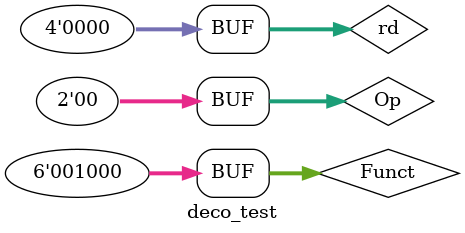
<source format=v>
`timescale 1ns / 1ps


module deco_test;

	// Inputs
	reg [1:0] Op;
	reg [5:0] Funct;
	reg [3:0] rd;

	// Outputs
	wire [1:0] ALUControl;
	wire [1:0] Flagw;
	wire [1:0] InmSrc;
	wire [1:0] RegSrc;
	wire ALUSrc;
	wire MemWR;
	wire RegWR;
	wire MemtoReg;
	wire PCS;

	// Instantiate the Unit Under Test (UUT)
	decoder uut (
		.Op(Op), 
		.Funct(Funct), 
		.rd(rd), 
		.ALUControl(ALUControl), 
		.Flagw(Flagw), 
		.InmSrc(InmSrc), 
		.RegSrc(RegSrc), 
		.ALUSrc(ALUSrc), 
		.MemWR(MemWR), 
		.RegWR(RegWR), 
		.MemtoReg(MemtoReg), 
		.PCS(PCS)
	);

	initial begin
		// Initialize Inputs
		Op = 0;
		Funct = 101000;
		rd = 0;

		// Wait 100 ns for global reset to finish
		#100;
        
		// Add stimulus here

	end
      
endmodule


</source>
